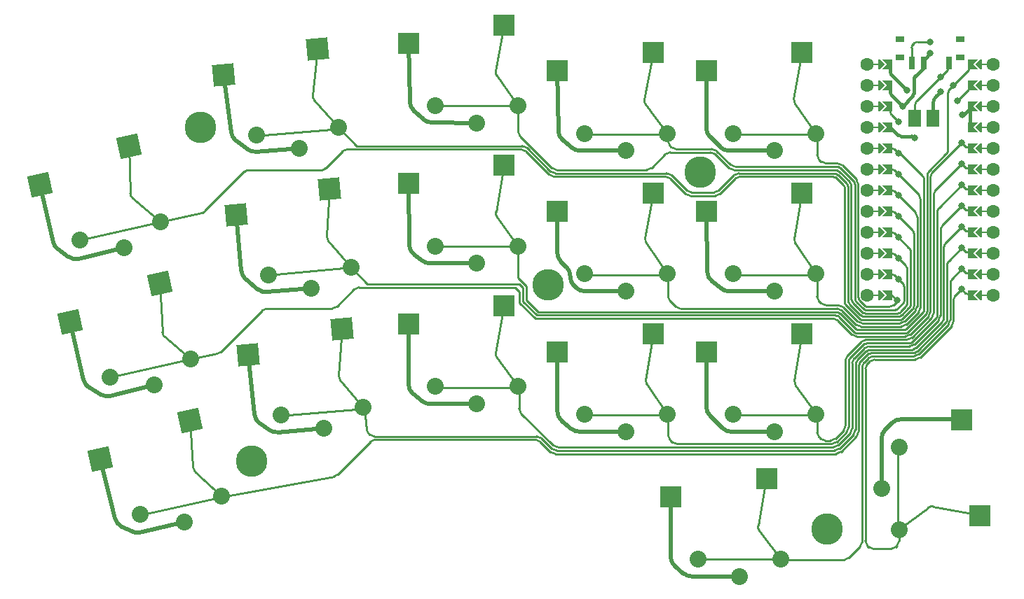
<source format=gbr>
G04 #@! TF.GenerationSoftware,KiCad,Pcbnew,6.0.0-d3dd2cf0fa~116~ubuntu20.04.1*
G04 #@! TF.CreationDate,2022-01-06T22:41:23-05:00*
G04 #@! TF.ProjectId,34_hs_mount,33345f68-735f-46d6-9f75-6e742e6b6963,0.1*
G04 #@! TF.SameCoordinates,Original*
G04 #@! TF.FileFunction,Copper,L1,Top*
G04 #@! TF.FilePolarity,Positive*
%FSLAX46Y46*%
G04 Gerber Fmt 4.6, Leading zero omitted, Abs format (unit mm)*
G04 Created by KiCad (PCBNEW 6.0.0-d3dd2cf0fa~116~ubuntu20.04.1) date 2022-01-06 22:41:23*
%MOMM*%
%LPD*%
G01*
G04 APERTURE LIST*
G04 Aperture macros list*
%AMRotRect*
0 Rectangle, with rotation*
0 The origin of the aperture is its center*
0 $1 length*
0 $2 width*
0 $3 Rotation angle, in degrees counterclockwise*
0 Add horizontal line*
21,1,$1,$2,0,0,$3*%
%AMFreePoly0*
4,1,6,0.600000,0.200000,0.000000,-0.400000,-0.600000,0.200000,-0.600000,0.400000,0.600000,0.400000,0.600000,0.200000,0.600000,0.200000,$1*%
%AMFreePoly1*
4,1,5,0.125000,-0.500000,-0.125000,-0.500000,-0.125000,0.500000,0.125000,0.500000,0.125000,-0.500000,0.125000,-0.500000,$1*%
%AMFreePoly2*
4,1,6,0.600000,-0.250000,-0.600000,-0.250000,-0.600000,1.000000,0.000000,0.400000,0.600000,1.000000,0.600000,-0.250000,0.600000,-0.250000,$1*%
G04 Aperture macros list end*
G04 #@! TA.AperFunction,ComponentPad*
%ADD10C,2.600000*%
G04 #@! TD*
G04 #@! TA.AperFunction,ConnectorPad*
%ADD11C,3.800000*%
G04 #@! TD*
G04 #@! TA.AperFunction,ComponentPad*
%ADD12C,2.032000*%
G04 #@! TD*
G04 #@! TA.AperFunction,SMDPad,CuDef*
%ADD13RotRect,2.600000X2.600000X12.500000*%
G04 #@! TD*
G04 #@! TA.AperFunction,SMDPad,CuDef*
%ADD14R,2.600000X2.600000*%
G04 #@! TD*
G04 #@! TA.AperFunction,SMDPad,CuDef*
%ADD15R,1.500000X2.100000*%
G04 #@! TD*
G04 #@! TA.AperFunction,ComponentPad*
%ADD16C,1.600000*%
G04 #@! TD*
G04 #@! TA.AperFunction,SMDPad,CuDef*
%ADD17FreePoly0,90.000000*%
G04 #@! TD*
G04 #@! TA.AperFunction,SMDPad,CuDef*
%ADD18FreePoly0,270.000000*%
G04 #@! TD*
G04 #@! TA.AperFunction,SMDPad,CuDef*
%ADD19FreePoly1,270.000000*%
G04 #@! TD*
G04 #@! TA.AperFunction,SMDPad,CuDef*
%ADD20FreePoly1,90.000000*%
G04 #@! TD*
G04 #@! TA.AperFunction,SMDPad,CuDef*
%ADD21FreePoly2,270.000000*%
G04 #@! TD*
G04 #@! TA.AperFunction,SMDPad,CuDef*
%ADD22FreePoly2,90.000000*%
G04 #@! TD*
G04 #@! TA.AperFunction,SMDPad,CuDef*
%ADD23RotRect,2.600000X2.600000X5.000000*%
G04 #@! TD*
G04 #@! TA.AperFunction,SMDPad,CuDef*
%ADD24R,1.000000X0.800000*%
G04 #@! TD*
G04 #@! TA.AperFunction,SMDPad,CuDef*
%ADD25R,0.700000X1.500000*%
G04 #@! TD*
G04 #@! TA.AperFunction,ViaPad*
%ADD26C,0.800000*%
G04 #@! TD*
G04 #@! TA.AperFunction,Conductor*
%ADD27C,0.250000*%
G04 #@! TD*
G04 #@! TA.AperFunction,Conductor*
%ADD28C,0.500000*%
G04 #@! TD*
G04 #@! TA.AperFunction,Conductor*
%ADD29C,0.400000*%
G04 #@! TD*
G04 APERTURE END LIST*
D10*
X106222800Y-68935600D03*
D11*
X106222800Y-68935600D03*
D10*
X87858600Y-82575400D03*
D11*
X87858600Y-82575400D03*
D10*
X121513600Y-112115600D03*
D11*
X121513600Y-112115600D03*
D10*
X51993800Y-103886000D03*
D11*
X51993800Y-103886000D03*
D10*
X45821600Y-63474600D03*
D11*
X45821600Y-63474600D03*
D12*
X40265994Y-94660146D03*
D13*
X40898554Y-82382199D03*
X30098502Y-87029928D03*
D12*
X44692951Y-91527727D03*
X34929990Y-93692123D03*
D13*
X37219078Y-65785174D03*
D12*
X36586518Y-78063121D03*
D13*
X26419026Y-70432903D03*
D12*
X31250514Y-77095098D03*
X41013475Y-74930702D03*
X79230000Y-62958851D03*
D14*
X82505000Y-51108851D03*
D12*
X74230000Y-60858851D03*
X84230000Y-60858851D03*
D14*
X70955000Y-53308851D03*
D15*
X134329702Y-62386557D03*
X132129702Y-62386557D03*
D14*
X118500000Y-71474999D03*
D12*
X115225000Y-83324999D03*
X120225000Y-81224999D03*
D14*
X106950000Y-73674999D03*
D12*
X110225000Y-81224999D03*
D14*
X118500000Y-54475000D03*
D12*
X115225000Y-66325000D03*
D14*
X106950000Y-56675000D03*
D12*
X120225000Y-64225000D03*
X110225000Y-64225000D03*
D16*
X126372099Y-55855003D03*
X141612099Y-66015003D03*
D17*
X128150099Y-63475003D03*
D18*
X139834099Y-73635003D03*
D16*
X141612099Y-60935003D03*
X126372099Y-63475003D03*
X126372099Y-68555003D03*
D17*
X128150099Y-78715003D03*
D19*
X140342099Y-63475003D03*
D17*
X128150099Y-83795003D03*
D16*
X141612099Y-71095003D03*
D17*
X128150099Y-76175003D03*
D16*
X141612099Y-83795003D03*
D19*
X140342099Y-68555003D03*
D18*
X139834099Y-78715003D03*
D17*
X128150099Y-68555003D03*
X128150099Y-71095003D03*
D16*
X126372099Y-58395003D03*
D19*
X140342099Y-60935003D03*
D16*
X141612099Y-76175003D03*
D19*
X140342099Y-78715003D03*
D17*
X128150099Y-55855003D03*
D16*
X141612099Y-68555003D03*
D19*
X140342099Y-73635003D03*
D20*
X127642099Y-81255003D03*
D16*
X141612099Y-55855003D03*
D17*
X128150099Y-58395003D03*
X128150099Y-81255003D03*
D18*
X139834099Y-81255003D03*
D20*
X127642099Y-60935003D03*
D16*
X141612099Y-73635003D03*
D19*
X140342099Y-81255003D03*
X140342099Y-71095003D03*
D16*
X141612099Y-63475003D03*
D19*
X140342099Y-76175003D03*
D16*
X126372099Y-60935003D03*
D20*
X127642099Y-66015003D03*
D17*
X128150099Y-66015003D03*
D18*
X139834099Y-71095003D03*
D16*
X126372099Y-81255003D03*
X126372099Y-71095003D03*
D17*
X128150099Y-60935003D03*
D19*
X140342099Y-83795003D03*
D20*
X127642099Y-58395003D03*
X127642099Y-78715003D03*
D16*
X126372099Y-78715003D03*
D18*
X139834099Y-66015003D03*
D20*
X127642099Y-76175003D03*
X127642099Y-68555003D03*
D19*
X140342099Y-66015003D03*
D16*
X141612099Y-58395003D03*
D20*
X127642099Y-55855003D03*
D18*
X139834099Y-60935003D03*
D20*
X127642099Y-71095003D03*
X127642099Y-63475003D03*
X127642099Y-73635003D03*
D16*
X126372099Y-66015003D03*
D18*
X139834099Y-63475003D03*
D16*
X126372099Y-76175003D03*
D18*
X139834099Y-58395003D03*
D19*
X140342099Y-58395003D03*
D16*
X126372099Y-83795003D03*
D18*
X139834099Y-55855003D03*
D16*
X126372099Y-73635003D03*
D19*
X140342099Y-55855003D03*
D18*
X139834099Y-76175003D03*
D16*
X141612099Y-81255003D03*
D18*
X139834099Y-83795003D03*
D17*
X128150099Y-73635003D03*
D18*
X139834099Y-68555003D03*
D20*
X127642099Y-83795003D03*
D16*
X141612099Y-78715003D03*
D21*
X138818099Y-55855003D03*
X138818099Y-58395003D03*
X138818099Y-60935003D03*
X138818099Y-63475003D03*
X138818099Y-66015003D03*
X138818099Y-68555003D03*
X138818099Y-71095003D03*
X138818099Y-73635003D03*
X138818099Y-76175003D03*
X138818099Y-78715003D03*
X138818099Y-81255003D03*
X138818099Y-83795003D03*
D22*
X129166099Y-83795003D03*
X129166099Y-81255003D03*
X129166099Y-78715003D03*
X129166099Y-76175003D03*
X129166099Y-73635003D03*
X129166099Y-71095003D03*
X129166099Y-68555003D03*
X129166099Y-66015003D03*
X129166099Y-63475003D03*
X129166099Y-60935003D03*
X129166099Y-58395003D03*
X129166099Y-55855003D03*
D12*
X97233086Y-100327566D03*
D14*
X100508086Y-88477566D03*
X88958086Y-90677566D03*
D12*
X92233086Y-98227566D03*
X102233086Y-98227566D03*
X97233086Y-83327564D03*
D14*
X100508086Y-71477564D03*
D12*
X102233086Y-81227564D03*
X92233086Y-81227564D03*
D14*
X88958086Y-73677564D03*
X139975000Y-110450000D03*
D12*
X128125000Y-107175000D03*
X130225000Y-112175000D03*
D14*
X137775000Y-98900000D03*
D12*
X130225000Y-102175000D03*
X97233086Y-66327567D03*
D14*
X100508086Y-54477567D03*
D12*
X92233086Y-64227567D03*
X102233086Y-64227567D03*
D14*
X88958086Y-56677567D03*
D12*
X110975000Y-117825000D03*
D14*
X114250000Y-105975000D03*
D12*
X105975000Y-115725000D03*
X115975000Y-115725000D03*
D14*
X102700000Y-108175000D03*
D23*
X62946111Y-87848415D03*
D12*
X60716369Y-99938758D03*
X55552368Y-98282528D03*
X65514315Y-97410970D03*
D23*
X51631805Y-91046693D03*
D12*
X79230000Y-96958862D03*
D14*
X82505000Y-85108862D03*
D12*
X84230000Y-94858862D03*
X74230000Y-94858862D03*
D14*
X70955000Y-87308862D03*
D12*
X59234721Y-83003450D03*
D23*
X61464463Y-70913107D03*
D12*
X64032667Y-80475662D03*
D23*
X50150157Y-74111385D03*
D12*
X54070720Y-81347220D03*
D23*
X59982821Y-53977791D03*
D12*
X57753079Y-66068134D03*
X62551025Y-63540346D03*
D23*
X48668515Y-57176069D03*
D12*
X52589078Y-64411904D03*
D24*
X130350576Y-55061813D03*
X137650576Y-52861813D03*
X137650576Y-55061813D03*
X130350576Y-52861813D03*
D25*
X136250576Y-55711813D03*
X133250576Y-55711813D03*
X131750576Y-55711813D03*
D13*
X44573697Y-98979846D03*
D12*
X43941137Y-111257793D03*
X38605133Y-110289770D03*
X48368094Y-108125374D03*
D13*
X33773645Y-103627575D03*
D12*
X79230000Y-79958851D03*
D14*
X82505000Y-68108851D03*
D12*
X74230000Y-77858851D03*
D14*
X70955000Y-70308851D03*
D12*
X84230000Y-77858851D03*
X115225000Y-100322430D03*
D14*
X118500000Y-88472430D03*
X106950000Y-90672430D03*
D12*
X110225000Y-98222430D03*
X120225000Y-98222430D03*
D26*
X134000579Y-53161815D03*
X130166097Y-74269998D03*
X130166099Y-76810001D03*
X130166097Y-79350000D03*
X130166098Y-81890002D03*
X130025000Y-84450000D03*
X137818099Y-65380003D03*
X136818099Y-58395001D03*
X130166097Y-66650000D03*
X130166096Y-69190003D03*
X130166097Y-71730000D03*
X137818097Y-78080001D03*
X137818095Y-75540003D03*
X137818101Y-73000004D03*
X137818097Y-70460003D03*
X137818099Y-67920001D03*
X130166098Y-62840002D03*
X137318098Y-60300003D03*
X130666098Y-60935001D03*
X137876690Y-61980157D03*
X134000581Y-54561815D03*
X132166099Y-64745000D03*
X132060090Y-62386557D03*
X135272264Y-57384846D03*
X134329703Y-62386558D03*
X135235090Y-59211557D03*
X131166098Y-59030002D03*
X137775090Y-83087557D03*
X137818097Y-80620000D03*
D27*
X107884943Y-71380880D02*
G75*
G03*
X108450628Y-71146566I0J800000D01*
G01*
X110878084Y-69050481D02*
G75*
G03*
X110312398Y-69284796I-2J-799995D01*
G01*
X102177115Y-69050481D02*
G75*
G02*
X102742801Y-69284795I1J-800000D01*
G01*
X105170257Y-71380880D02*
G75*
G02*
X104604571Y-71146565I-2J799995D01*
G01*
X84727050Y-65750480D02*
G75*
G02*
X85292735Y-65984794I0J-800000D01*
G01*
X88689793Y-69050481D02*
G75*
G02*
X88124107Y-68816166I-2J799995D01*
G01*
X102177115Y-69050481D02*
X101955600Y-69050481D01*
X101955600Y-69050481D02*
X88689793Y-69050481D01*
X109685438Y-68416644D02*
G75*
G03*
X110251124Y-68650959I565689J565692D01*
G01*
X84230000Y-64025682D02*
G75*
G03*
X84464314Y-64591367I800000J0D01*
G01*
X102007565Y-66750035D02*
G75*
G02*
X102573251Y-66515720I565689J-565692D01*
G01*
X108018828Y-66750034D02*
G75*
G03*
X107453143Y-66515720I-565685J-565686D01*
G01*
X88289593Y-68416646D02*
G75*
G03*
X88855279Y-68650961I565689J565692D01*
G01*
X100340953Y-68416647D02*
G75*
G02*
X99775268Y-68650961I-565685J565686D01*
G01*
X103255685Y-66116200D02*
G75*
G02*
X102689999Y-65881885I-2J799995D01*
G01*
X107618629Y-66116200D02*
G75*
G02*
X108184314Y-66350514I0J-800000D01*
G01*
X102567400Y-65759286D02*
G75*
G02*
X102333086Y-65193601I565686J565685D01*
G01*
X109850925Y-68017125D02*
G75*
G03*
X110416611Y-68251440I565689J565692D01*
G01*
X124997453Y-84502682D02*
X124931839Y-84389034D01*
X125042715Y-84550214D02*
X124997453Y-84502682D01*
X125078163Y-84582938D02*
X125075439Y-84582938D01*
X125132382Y-84639881D02*
X125078163Y-84582938D01*
X124716407Y-69998687D02*
X124661954Y-69941936D01*
X125853262Y-85360761D02*
X125132382Y-84639881D01*
X125910205Y-85414980D02*
X125853262Y-85360761D01*
X126040918Y-85502319D02*
X125910205Y-85414980D01*
X130683154Y-84786375D02*
X130573077Y-84896452D01*
X107618629Y-66116200D02*
X103255685Y-66116200D01*
X102689999Y-65881885D02*
X102567400Y-65759286D01*
X126186158Y-85562480D02*
X126040918Y-85502319D01*
X130573077Y-84901923D02*
X130028296Y-85446704D01*
X129674743Y-85593150D02*
X126340345Y-85593150D01*
X129740358Y-85591545D02*
X129674743Y-85593150D01*
X129867116Y-85557580D02*
X129740358Y-85591545D01*
X129980764Y-85491966D02*
X129867116Y-85557580D01*
X130028296Y-85446704D02*
X129980764Y-85491966D01*
X126340345Y-85593150D02*
X126186158Y-85562480D01*
X130166098Y-81890002D02*
X130595286Y-82319190D01*
X124896269Y-70507622D02*
X124894644Y-70428989D01*
X123149021Y-68431301D02*
X123018259Y-68343929D01*
X130827975Y-82806242D02*
X130829600Y-82884875D01*
X130573077Y-84896452D02*
X130573077Y-84901923D01*
X122640087Y-68251440D02*
X110416611Y-68251440D01*
X109850925Y-68017125D02*
X108184314Y-66350514D01*
X130595286Y-82319190D02*
X130649739Y-82375941D01*
X125075439Y-84582938D02*
X125042715Y-84550214D01*
X123205772Y-68485754D02*
X123149021Y-68431301D01*
X130737111Y-82506703D02*
X130797294Y-82651998D01*
X130797294Y-82651998D02*
X130827975Y-82806242D01*
X130829600Y-82884875D02*
X130829601Y-84432821D01*
X130829601Y-84432821D02*
X130828236Y-84498468D01*
X130649739Y-82375941D02*
X130737111Y-82506703D01*
X130794255Y-84625287D02*
X130728608Y-84738991D01*
X102333086Y-65193601D02*
X102333086Y-64327567D01*
X130828236Y-84498468D02*
X130794255Y-84625287D01*
X130728608Y-84738991D02*
X130683154Y-84786375D01*
X124931839Y-84389034D02*
X124897874Y-84262276D01*
X124897874Y-84262276D02*
X124896269Y-84196661D01*
X124896269Y-84196661D02*
X124896269Y-70507622D01*
X124894644Y-70428989D02*
X124863962Y-70274745D01*
X124863962Y-70274745D02*
X124803779Y-70129450D01*
X124803779Y-70129450D02*
X124716407Y-69998687D01*
X123018259Y-68343929D02*
X122872964Y-68283746D01*
X124661954Y-69941936D02*
X123205772Y-68485754D01*
X122872964Y-68283746D02*
X122718720Y-68253065D01*
X122718720Y-68253065D02*
X122640087Y-68251440D01*
X84230000Y-60858851D02*
X74230000Y-60858851D01*
X63005685Y-66384315D02*
G75*
G02*
X63571371Y-66150000I565689J-565692D01*
G01*
X63005685Y-66384315D02*
X60994314Y-68395686D01*
X84561564Y-66150000D02*
X63571371Y-66150000D01*
X122521801Y-69542489D02*
X122376506Y-69482306D01*
X123416166Y-70391166D02*
X122709314Y-69684314D01*
X123682787Y-84754504D02*
X123652106Y-84600260D01*
X131935669Y-76085258D02*
X131995852Y-76230553D01*
X123470733Y-70447824D02*
X123416166Y-70391166D01*
X123558122Y-70578610D02*
X123470733Y-70447824D01*
X87958620Y-69215685D02*
X85127249Y-66384314D01*
X102011629Y-69450000D02*
X88524306Y-69450000D01*
X123618316Y-70723932D02*
X123558122Y-70578610D01*
X123650481Y-70956852D02*
X123649002Y-70878204D01*
X46383959Y-73596041D02*
X46329683Y-73648279D01*
X122222262Y-69451625D02*
X122143629Y-69450000D01*
X122709314Y-69684314D02*
X122652563Y-69629861D01*
X123650481Y-84521627D02*
X123650481Y-70956852D01*
X51172343Y-68809748D02*
X51115685Y-68864315D01*
X123649002Y-70878204D02*
X123618316Y-70723932D01*
X123742970Y-84899799D02*
X123682787Y-84754504D01*
X60994314Y-68395686D02*
X60937563Y-68450139D01*
X123830342Y-85030561D02*
X123742970Y-84899799D01*
X123884795Y-85087312D02*
X123830342Y-85030561D01*
X125356801Y-86559318D02*
X123884795Y-85087312D01*
X60937563Y-68450139D02*
X60806801Y-68537511D01*
X122143629Y-69450000D02*
X111043571Y-69450000D01*
X102011629Y-69450000D02*
G75*
G02*
X102577314Y-69684314I0J-800000D01*
G01*
X130210020Y-86793633D02*
X125922487Y-86793633D01*
X46329683Y-73648279D02*
X46205133Y-73732999D01*
X125413552Y-86613771D02*
X125356801Y-86559318D01*
X122652563Y-69629861D02*
X122521801Y-69542489D01*
X130288623Y-86791707D02*
X130210020Y-86793633D01*
X131995852Y-76230553D02*
X132026533Y-76384797D01*
X131848297Y-75954496D02*
X131935669Y-76085258D01*
X131793844Y-75897745D02*
X131848297Y-75954496D01*
X110477885Y-69684315D02*
X108616114Y-71546086D01*
X130166097Y-74269998D02*
X131793844Y-75897745D01*
X87958620Y-69215685D02*
G75*
G03*
X88524306Y-69450000I565689J565692D01*
G01*
X104439085Y-71546085D02*
G75*
G03*
X105004771Y-71780400I565684J565680D01*
G01*
X131848062Y-85484238D02*
X131793843Y-85541181D01*
X108050429Y-71780400D02*
G75*
G03*
X108616114Y-71546086I0J800000D01*
G01*
X122376506Y-69482306D02*
X122222262Y-69451625D01*
X131995562Y-85208285D02*
X131935401Y-85353525D01*
X132028158Y-76463430D02*
X132028158Y-84975495D01*
X51115685Y-68864315D02*
X46383959Y-73596041D01*
X110477885Y-69684315D02*
G75*
G02*
X111043571Y-69450000I565684J-565680D01*
G01*
X130588049Y-86700877D02*
X130442809Y-86761038D01*
X132028158Y-84975495D02*
X132026232Y-85054098D01*
X51681371Y-68630000D02*
X51602723Y-68631479D01*
X132026232Y-85054098D02*
X131995562Y-85208285D01*
X125843854Y-86792008D02*
X125689610Y-86761326D01*
X131935401Y-85353525D02*
X131848062Y-85484238D01*
X130442809Y-86761038D02*
X130288623Y-86791707D01*
X131793843Y-85541181D02*
X130775705Y-86559319D01*
X46066940Y-73792939D02*
X45993774Y-73810867D01*
X130775705Y-86559319D02*
X130718762Y-86613538D01*
X108050429Y-71780400D02*
X105004771Y-71780400D01*
X60806801Y-68537511D02*
X60661506Y-68597694D01*
X104439085Y-71546085D02*
X102577314Y-69684314D01*
X60507262Y-68628375D02*
X60428629Y-68630000D01*
X132026533Y-76384797D02*
X132028158Y-76463430D01*
X130718762Y-86613538D02*
X130588049Y-86700877D01*
X125922487Y-86793633D02*
X125843854Y-86792008D01*
X125689610Y-86761326D02*
X125544315Y-86701143D01*
X123652106Y-84600260D02*
X123650481Y-84521627D01*
X84561564Y-66150000D02*
G75*
G02*
X85127249Y-66384314I0J-800000D01*
G01*
X125544315Y-86701143D02*
X125413552Y-86613771D01*
X60661506Y-68597694D02*
X60507262Y-68628375D01*
X60428629Y-68630000D02*
X51681371Y-68630000D01*
X51602723Y-68631479D02*
X51448451Y-68662165D01*
X51448451Y-68662165D02*
X51303129Y-68722359D01*
X51303129Y-68722359D02*
X51172343Y-68809748D01*
X46205133Y-73732999D02*
X46066940Y-73792939D01*
X45993774Y-73810867D02*
X41013475Y-74930702D01*
X124449519Y-84118989D02*
X124449519Y-70625878D01*
X124451561Y-84214621D02*
X124449519Y-84118989D01*
X124449519Y-70625878D02*
X124448040Y-70547230D01*
X124488875Y-84402210D02*
X124451561Y-84214621D01*
X124562068Y-84578915D02*
X124488875Y-84402210D01*
X124668329Y-84737946D02*
X124562068Y-84578915D01*
X125744433Y-85814847D02*
X125687775Y-85760280D01*
X125875219Y-85902236D02*
X125744433Y-85814847D01*
X126020541Y-85962430D02*
X125875219Y-85902236D01*
X126174813Y-85993116D02*
X126020541Y-85962430D01*
X130080719Y-85993116D02*
X126174813Y-85993116D01*
X131136631Y-80366222D02*
X131196814Y-80511517D01*
X130113314Y-85960521D02*
X130080719Y-85993116D01*
X130166097Y-79350000D02*
X130994806Y-80178709D01*
X130389267Y-85813021D02*
X130258554Y-85900360D01*
X130258554Y-85900360D02*
X130113314Y-85960521D01*
X131196647Y-84877348D02*
X131136477Y-85022611D01*
X131136477Y-85022611D02*
X131049123Y-85153345D01*
X130994806Y-80178709D02*
X131049259Y-80235460D01*
X123040286Y-68885274D02*
X122983535Y-68830821D01*
X131196814Y-80511517D02*
X131227495Y-80665761D01*
X125687775Y-85760280D02*
X124734507Y-84807012D01*
X131049259Y-80235460D02*
X131136631Y-80366222D01*
X131229120Y-84644521D02*
X131227321Y-84723137D01*
X130446210Y-85758802D02*
X130389267Y-85813021D01*
X131229120Y-80744394D02*
X131229120Y-84644521D01*
X131227321Y-84723137D02*
X131196647Y-84877348D01*
X130994805Y-85210207D02*
X130446210Y-85758802D01*
X131227495Y-80665761D02*
X131229120Y-80744394D01*
X124734507Y-84807012D02*
X124668329Y-84737946D01*
X124448040Y-70547230D02*
X124417354Y-70392958D01*
X131049123Y-85153345D02*
X130994805Y-85210207D01*
X124417354Y-70392958D02*
X124357160Y-70247636D01*
X124357160Y-70247636D02*
X124269771Y-70116850D01*
X124269771Y-70116850D02*
X124215204Y-70060192D01*
X124215204Y-70060192D02*
X123040286Y-68885274D01*
X122983535Y-68830821D02*
X122852773Y-68743449D01*
X122852773Y-68743449D02*
X122707478Y-68683266D01*
X122707478Y-68683266D02*
X122553234Y-68652585D01*
X122553234Y-68652585D02*
X122474601Y-68650960D01*
X84230000Y-64025682D02*
X84230000Y-60858851D01*
X122474601Y-68650960D02*
X110251124Y-68650959D01*
X109685438Y-68416644D02*
X108018828Y-66750034D01*
X107453143Y-66515720D02*
X102573251Y-66515720D01*
X102007565Y-66750035D02*
X100340953Y-68416647D01*
X99775268Y-68650961D02*
X88855279Y-68650961D01*
X88289593Y-68416646D02*
X84464314Y-64591367D01*
X124050000Y-84356140D02*
X124050000Y-70791365D01*
X124051625Y-84434773D02*
X124050000Y-84356140D01*
X124082306Y-84589017D02*
X124051625Y-84434773D01*
X130424040Y-86299880D02*
X130278800Y-86360041D01*
X84727050Y-65750480D02*
X64761159Y-65750480D01*
X125579039Y-86214252D02*
X125522288Y-86159799D01*
X125709802Y-86301624D02*
X125579039Y-86214252D01*
X130278800Y-86360041D02*
X130246205Y-86392636D01*
X131596333Y-78371035D02*
X131627014Y-78525279D01*
X130554753Y-86212541D02*
X130424040Y-86299880D01*
X125522288Y-86159799D02*
X124284314Y-84921825D01*
X130246205Y-86392636D02*
X125885926Y-86392636D01*
X131536150Y-78225740D02*
X131596333Y-78371035D01*
X122309115Y-69050480D02*
X110878084Y-69050481D01*
X125885926Y-86392636D02*
X125855097Y-86361807D01*
X130611696Y-86158322D02*
X130554753Y-86212541D01*
X131628639Y-78603912D02*
X131628639Y-84810008D01*
X124229861Y-84865074D02*
X124142489Y-84734312D01*
X107884943Y-71380880D02*
X105170257Y-71380880D01*
X131394325Y-78038227D02*
X131448778Y-78094978D01*
X123957641Y-70413123D02*
X123870252Y-70282337D01*
X131448778Y-78094978D02*
X131536150Y-78225740D01*
X130166099Y-76810001D02*
X131394325Y-78038227D01*
X124050000Y-70791365D02*
X124048521Y-70712717D01*
X131448543Y-85318751D02*
X131394324Y-85375694D01*
X131627014Y-78525279D02*
X131628639Y-78603912D01*
X124284314Y-84921825D02*
X124229861Y-84865074D01*
X125855097Y-86361807D02*
X125709802Y-86301624D01*
X124017835Y-70558445D02*
X123957641Y-70413123D01*
X131628639Y-84810008D02*
X131626713Y-84888611D01*
X110312398Y-69284796D02*
X108450628Y-71146566D01*
X131596043Y-85042798D02*
X131535882Y-85188038D01*
X131626713Y-84888611D02*
X131596043Y-85042798D01*
X131535882Y-85188038D02*
X131448543Y-85318751D01*
X124142489Y-84734312D02*
X124082306Y-84589017D01*
X131394324Y-85375694D02*
X130611696Y-86158322D01*
X123870252Y-70282337D02*
X123815685Y-70225679D01*
X124048521Y-70712717D02*
X124017835Y-70558445D01*
X123815685Y-70225679D02*
X122874800Y-69284794D01*
X122874800Y-69284794D02*
X122818049Y-69230341D01*
X122818049Y-69230341D02*
X122687287Y-69142969D01*
X122687287Y-69142969D02*
X122541992Y-69082786D01*
X122541992Y-69082786D02*
X122387748Y-69052105D01*
X122387748Y-69052105D02*
X122309115Y-69050480D01*
X104604571Y-71146565D02*
X102742801Y-69284795D01*
X88124107Y-68816166D02*
X85292735Y-65984794D01*
X64761159Y-65750480D02*
X62551025Y-63540346D01*
D28*
X90964940Y-82659140D02*
G75*
G02*
X90525600Y-81598480I1060662J1060661D01*
G01*
X91194024Y-82888224D02*
G75*
G03*
X92254684Y-83327564I1060661J1060662D01*
G01*
X88958087Y-78684766D02*
G75*
G03*
X89397427Y-79745425I1500001J1D01*
G01*
X90525599Y-81494920D02*
G75*
G03*
X90086259Y-80434261I-1500001J-1D01*
G01*
X97233086Y-83327564D02*
X92254684Y-83327564D01*
X91194024Y-82888224D02*
X90964940Y-82659140D01*
X90525600Y-81598480D02*
X90525600Y-81494920D01*
X90086260Y-80434260D02*
X89397426Y-79745426D01*
X88958086Y-78684766D02*
X88958086Y-73677564D01*
D27*
X84230000Y-77858851D02*
X74230000Y-77858851D01*
X122973786Y-85917009D02*
X122828491Y-85856826D01*
X123104548Y-86004381D02*
X122973786Y-85917009D01*
X123161299Y-86058834D02*
X123104548Y-86004381D01*
X132992402Y-69292402D02*
X133046855Y-69349153D01*
X131084651Y-87899703D02*
X130939356Y-87959886D01*
X124860342Y-87757877D02*
X123161299Y-86058834D01*
X125047786Y-87899833D02*
X124917000Y-87812444D01*
X125426028Y-87992192D02*
X125347380Y-87990713D01*
X130785112Y-87990567D02*
X130706479Y-87992192D01*
X130350000Y-66650000D02*
X132992402Y-69292402D01*
X130706479Y-87992192D02*
X125426028Y-87992192D01*
X125193108Y-87960027D02*
X125047786Y-87899833D01*
X131215413Y-87812331D02*
X131084651Y-87899703D01*
X131272164Y-87757878D02*
X131215413Y-87812331D01*
X130166097Y-66650000D02*
X130350000Y-66650000D01*
X130939356Y-87959886D02*
X130785112Y-87990567D01*
X132992401Y-86037641D02*
X131272164Y-87757878D01*
X133046855Y-69349153D02*
X133134227Y-69479915D01*
X133134227Y-69479915D02*
X133194410Y-69625210D01*
X125347380Y-87990713D02*
X125193108Y-87960027D01*
X133194551Y-85704875D02*
X133134357Y-85850197D01*
X133046968Y-85980983D02*
X132992401Y-86037641D01*
X133194410Y-69625210D02*
X133225091Y-69779454D01*
X124917000Y-87812444D02*
X124860342Y-87757877D01*
X133225091Y-69779454D02*
X133226716Y-69858087D01*
X85203239Y-82701627D02*
X84230000Y-81728388D01*
X133226716Y-69858087D02*
X133226716Y-85471955D01*
X133225237Y-85550603D02*
X133194551Y-85704875D01*
X89505890Y-85824519D02*
X89504438Y-85823067D01*
X133134357Y-85850197D02*
X133046968Y-85980983D01*
X133226716Y-85471955D02*
X133225237Y-85550603D01*
X122828491Y-85856826D02*
X122674247Y-85826145D01*
X122674247Y-85826145D02*
X122595614Y-85824520D01*
X122595614Y-85824520D02*
X89505890Y-85824519D01*
X89504438Y-85823067D02*
X86622879Y-85823067D01*
X86622879Y-85823067D02*
X85203240Y-84403428D01*
X85203240Y-84403428D02*
X85203239Y-82701627D01*
X84230000Y-81728388D02*
X84230000Y-77858851D01*
X131437651Y-88157397D02*
X131380900Y-88211850D01*
X131380900Y-88211850D02*
X131250138Y-88299222D01*
X133446487Y-86146470D02*
X133391920Y-86203128D01*
X133533876Y-86015684D02*
X133446487Y-86146470D01*
X130950599Y-88390086D02*
X130871966Y-88391711D01*
X133594070Y-85870362D02*
X133533876Y-86015684D01*
X125181893Y-88390232D02*
X125027621Y-88359546D01*
X122663005Y-86256346D02*
X122508761Y-86225665D01*
X133626236Y-69338231D02*
X133626235Y-85637442D01*
X133627861Y-69259598D02*
X133626236Y-69338231D01*
X131104843Y-88359405D02*
X130950599Y-88390086D01*
X131250138Y-88299222D02*
X131104843Y-88359405D01*
X84404109Y-82467503D02*
X66024508Y-82467503D01*
X133718725Y-68960059D02*
X133658542Y-69105354D01*
X133658542Y-69105354D02*
X133627861Y-69259598D01*
X133806097Y-68829297D02*
X133718725Y-68960059D01*
X136818099Y-58395001D02*
X136358405Y-58854695D01*
X122995813Y-86458354D02*
X122939062Y-86403901D01*
X136358405Y-58854695D02*
X136303838Y-58911353D01*
X133626235Y-85637442D02*
X133624756Y-85716090D01*
X133624756Y-85716090D02*
X133594070Y-85870362D01*
X136303838Y-58911353D02*
X136216449Y-59042139D01*
X133860550Y-68772546D02*
X133806097Y-68829297D01*
X136124090Y-59420381D02*
X136124090Y-66177635D01*
X133391920Y-86203128D02*
X131437651Y-88157397D01*
X136216449Y-59042139D02*
X136156255Y-59187461D01*
X136125569Y-59341733D02*
X136124090Y-59420381D01*
X125027621Y-88359546D02*
X124882299Y-88299352D01*
X136156255Y-59187461D02*
X136125569Y-59341733D01*
X136124090Y-66177635D02*
X136122465Y-66256268D01*
X136122465Y-66256268D02*
X136091783Y-66410512D01*
X84803720Y-82867114D02*
X84404109Y-82467503D01*
X135944228Y-66686570D02*
X135889775Y-66743321D01*
X136031600Y-66555807D02*
X135944228Y-66686570D01*
X122939062Y-86403901D02*
X122808300Y-86316529D01*
X136091783Y-66410512D02*
X136031600Y-66555807D01*
X135889775Y-66743321D02*
X133860550Y-68772546D01*
X122508761Y-86225665D02*
X122430128Y-86224040D01*
X130871966Y-88391711D02*
X125260541Y-88391711D01*
X122430128Y-86224040D02*
X119375000Y-86224040D01*
X66024508Y-82467503D02*
X64032667Y-80475662D01*
X125260541Y-88391711D02*
X125181893Y-88390232D01*
X124882299Y-88299352D02*
X124751513Y-88211963D01*
X124751513Y-88211963D02*
X124694855Y-88157396D01*
X124694855Y-88157396D02*
X122995813Y-86458354D01*
X122808300Y-86316529D02*
X122663005Y-86256346D01*
X119375000Y-86224040D02*
X89340403Y-86224038D01*
X89340403Y-86224038D02*
X89338952Y-86222587D01*
X89338952Y-86222587D02*
X86457393Y-86222587D01*
X86457393Y-86222587D02*
X84803720Y-84568914D01*
X84803720Y-84568914D02*
X84803720Y-82867114D01*
X133791439Y-86368615D02*
X131603137Y-88556917D01*
X131037452Y-88791231D02*
G75*
G03*
X131603137Y-88556917I0J800000D01*
G01*
X137818099Y-65380003D02*
X134260070Y-68938032D01*
X122264639Y-86623557D02*
X89174916Y-86623557D01*
X83883023Y-82867023D02*
X64994348Y-82867023D01*
X64428662Y-83101338D02*
X62344314Y-85185686D01*
X47911996Y-90887347D02*
G75*
G03*
X48321592Y-90668408I-156090J784626D01*
G01*
X61778629Y-85420000D02*
G75*
G03*
X62344314Y-85185686I0J800000D01*
G01*
X86291907Y-86622107D02*
X84404200Y-84734400D01*
X84404200Y-84734400D02*
X84404200Y-83388200D01*
X134025754Y-69503719D02*
X134025754Y-85802929D01*
X134025756Y-69503717D02*
G75*
G02*
X134260070Y-68938032I800000J0D01*
G01*
X61778629Y-85420000D02*
X53901371Y-85420000D01*
X53335685Y-85654315D02*
G75*
G02*
X53901371Y-85420000I565684J-565680D01*
G01*
X134025756Y-69503717D02*
X134025754Y-69503719D01*
X124529368Y-88556915D02*
G75*
G03*
X125095054Y-88791230I565689J565692D01*
G01*
X64428662Y-83101338D02*
G75*
G02*
X64994348Y-82867023I565684J-565680D01*
G01*
X122264639Y-86623557D02*
G75*
G02*
X122830324Y-86857871I0J-800000D01*
G01*
X131037452Y-88791231D02*
X125095054Y-88791230D01*
X133791439Y-86368615D02*
G75*
G03*
X134025754Y-85802929I-565692J565689D01*
G01*
X124529368Y-88556915D02*
X122830324Y-86857871D01*
X89174916Y-86623557D02*
X89115971Y-86622107D01*
X89115971Y-86622107D02*
X86291907Y-86622107D01*
X84404200Y-83388200D02*
X83883023Y-82867023D01*
X53335685Y-85654315D02*
X48321592Y-90668408D01*
X47911996Y-90887347D02*
X44692951Y-91527727D01*
X131750579Y-53838778D02*
X131750579Y-55711814D01*
X132073991Y-53308260D02*
X131897026Y-53485224D01*
X134000579Y-53161815D02*
X132427544Y-53161814D01*
X131897026Y-53485224D02*
G75*
G03*
X131750579Y-53838778I353550J-353553D01*
G01*
X132073991Y-53308260D02*
G75*
G02*
X132427544Y-53161814I353553J-353556D01*
G01*
X129166098Y-73635003D02*
X129323994Y-73635003D01*
X129677549Y-73781450D02*
X130166097Y-74269998D01*
X41013475Y-74930702D02*
X31250514Y-77095098D01*
X37651896Y-72071280D02*
X41013475Y-74930702D01*
X37219078Y-65785174D02*
X37370516Y-71483169D01*
X129677549Y-73781450D02*
G75*
G03*
X129323994Y-73635003I-353553J-353550D01*
G01*
X37370516Y-71483169D02*
G75*
G03*
X37651896Y-72071280I799724J21257D01*
G01*
X59600656Y-60182511D02*
X62551025Y-63540346D01*
X59982821Y-53977791D02*
X59405848Y-59572396D01*
X129677544Y-76321448D02*
X130166099Y-76810001D01*
X62659360Y-63631250D02*
X52498174Y-64520239D01*
X129166098Y-76175004D02*
X129323986Y-76175002D01*
X129677544Y-76321448D02*
G75*
G03*
X129323986Y-76175002I-353553J-353554D01*
G01*
X59405848Y-59572396D02*
G75*
G03*
X59600657Y-60182510I795782J-82067D01*
G01*
X129166097Y-78715000D02*
X129323992Y-78715000D01*
X129677544Y-78861447D02*
X130166097Y-79350000D01*
X82519393Y-51108851D02*
X81510988Y-56645167D01*
X81648940Y-57256145D02*
X84244393Y-60858851D01*
X129677544Y-78861447D02*
G75*
G03*
X129323992Y-78715000I-353551J-353545D01*
G01*
X81648940Y-57256145D02*
G75*
G02*
X81510988Y-56645167I649098J467622D01*
G01*
X100508086Y-54477567D02*
X99473168Y-60115858D01*
X99619812Y-60740005D02*
X102233086Y-64227567D01*
X92133086Y-64327566D02*
X102333090Y-64327569D01*
X129166099Y-81255000D02*
X129323992Y-81255000D01*
X129677545Y-81401447D02*
X130166098Y-81890002D01*
X129677545Y-81401447D02*
G75*
G03*
X129323992Y-81255000I-353555J-353557D01*
G01*
X99619813Y-60740005D02*
G75*
G02*
X99473169Y-60115858I640202J479717D01*
G01*
X125390077Y-84286882D02*
X125329894Y-84141587D01*
X126302698Y-85178315D02*
X126230159Y-85148268D01*
X126230159Y-85148268D02*
X126160782Y-85101912D01*
X126132292Y-85074785D02*
X125531902Y-84474395D01*
X125063273Y-69778249D02*
X123371258Y-68086234D01*
X122805573Y-67851920D02*
X121358291Y-67851920D01*
X130025000Y-84612349D02*
X129623580Y-85013769D01*
X130025000Y-84450000D02*
X129993533Y-84450000D01*
X126160782Y-85101912D02*
X126132292Y-85074785D01*
X130025000Y-84450000D02*
X130025000Y-84612349D01*
X118500000Y-54475000D02*
X117518609Y-59990607D01*
X125477449Y-84417644D02*
X125390077Y-84286882D01*
X110125000Y-64325000D02*
X120325000Y-64325000D01*
X126379693Y-85193630D02*
X126302698Y-85178315D01*
X129114646Y-85193630D02*
X126379693Y-85193630D01*
X125531902Y-84474395D02*
X125477449Y-84417644D01*
X125299213Y-83987343D02*
X125297588Y-83908710D01*
X120325000Y-66818629D02*
X120325000Y-64325000D01*
X120792605Y-67617605D02*
X120559314Y-67384314D01*
X129993533Y-84450000D02*
X129338536Y-83795003D01*
X117653336Y-60593048D02*
X120225000Y-64225000D01*
X125297588Y-83908710D02*
X125297588Y-70343935D01*
X129338536Y-83795003D02*
X129166099Y-83795003D01*
X125329894Y-84141587D02*
X125299213Y-83987343D01*
X120325000Y-66818629D02*
G75*
G03*
X120559314Y-67384314I800000J0D01*
G01*
X129114646Y-85193630D02*
G75*
G03*
X129623580Y-85013769I-3400J819589D01*
G01*
X117518610Y-59990607D02*
G75*
G03*
X117653337Y-60593048I787631J-140143D01*
G01*
X120792605Y-67617605D02*
G75*
G03*
X121358291Y-67851920I565689J565692D01*
G01*
X122805573Y-67851920D02*
G75*
G02*
X123371258Y-68086234I0J-800000D01*
G01*
X125063273Y-69778249D02*
G75*
G02*
X125297588Y-70343935I-565692J-565689D01*
G01*
X40898554Y-82382199D02*
X41240139Y-88286688D01*
X44692951Y-91527727D02*
X34929990Y-93692123D01*
X41522784Y-88851814D02*
X44692951Y-91527727D01*
X138306649Y-65868554D02*
X137818099Y-65380003D01*
X138818099Y-66015001D02*
X138660203Y-66015001D01*
X41522784Y-88851814D02*
G75*
G02*
X41240140Y-88286688I516027J611333D01*
G01*
X138306649Y-65868554D02*
G75*
G03*
X138660203Y-66015001I353553J353550D01*
G01*
X138818099Y-56187894D02*
X138818100Y-55855003D01*
X61295450Y-77214757D02*
X64032667Y-80475662D01*
X64032667Y-80475662D02*
X54070720Y-81347220D01*
X136818099Y-58395001D02*
X138671653Y-56541446D01*
X61464463Y-70913107D02*
X61109719Y-76651053D01*
X61109719Y-76651053D02*
G75*
G03*
X61295450Y-77214757I798479J-49364D01*
G01*
X138671653Y-56541446D02*
G75*
G03*
X138818099Y-56187894I-353551J353552D01*
G01*
X81680795Y-74354482D02*
X84244389Y-77858851D01*
X129677538Y-66161447D02*
X130166097Y-66650000D01*
X129166098Y-66015000D02*
X129323992Y-66015002D01*
X82519389Y-68108851D02*
X81538321Y-73744951D01*
X81680795Y-74354482D02*
G75*
G02*
X81538322Y-73744951I645668J472337D01*
G01*
X129323992Y-66015003D02*
G75*
G02*
X129677537Y-66161448I-5J-499998D01*
G01*
X132827197Y-72182475D02*
X132827196Y-85306469D01*
X129166098Y-68555002D02*
X129323990Y-68555002D01*
X129677546Y-68701450D02*
X130166096Y-69190003D01*
X132592881Y-85872155D02*
X131106677Y-87358359D01*
X130540992Y-87592673D02*
X125591515Y-87592673D01*
X122761100Y-85425000D02*
X103806371Y-85425000D01*
X99683258Y-77488714D02*
X102233093Y-81227564D01*
X125025829Y-87358358D02*
X123326785Y-85659314D01*
X130166096Y-69190003D02*
X132592883Y-71616790D01*
X102333093Y-83951722D02*
X102333093Y-81327564D01*
X92133084Y-81327568D02*
X102333101Y-81327570D01*
X100508093Y-71477564D02*
X99556239Y-76899644D01*
X103240685Y-85190685D02*
X102567407Y-84517407D01*
X131106677Y-87358359D02*
G75*
G02*
X130540992Y-87592673I-565685J565686D01*
G01*
X132592881Y-85872155D02*
G75*
G03*
X132827196Y-85306469I-565692J565689D01*
G01*
X122761100Y-85425000D02*
G75*
G02*
X123326785Y-85659314I0J-800000D01*
G01*
X132592883Y-71616790D02*
G75*
G02*
X132827197Y-72182475I-565686J-565685D01*
G01*
X99556240Y-76899644D02*
G75*
G03*
X99683259Y-77488714I787951J-138326D01*
G01*
X129677546Y-68701450D02*
G75*
G03*
X129323990Y-68555002I-353554J-353549D01*
G01*
X102333093Y-83951722D02*
G75*
G03*
X102567407Y-84517407I800000J0D01*
G01*
X125591515Y-87592673D02*
G75*
G02*
X125025829Y-87358358I-2J799995D01*
G01*
X103806371Y-85425000D02*
G75*
G02*
X103240685Y-85190685I-2J799995D01*
G01*
X129677544Y-71241448D02*
X130166097Y-71730000D01*
X117713747Y-77586245D02*
X120225004Y-81224999D01*
X122926586Y-85025480D02*
X121381851Y-85025480D01*
X118500004Y-71474999D02*
X117582961Y-77000869D01*
X125191315Y-86958838D02*
X123492271Y-85259794D01*
X132193362Y-85706668D02*
X130941191Y-86958839D01*
X130166097Y-71730000D02*
X132193363Y-73757266D01*
X120325000Y-83968629D02*
X120325004Y-81324999D01*
X129166096Y-71095001D02*
X129323992Y-71095001D01*
X120816165Y-84791165D02*
X120559315Y-84534315D01*
X130375506Y-87193153D02*
X125757001Y-87193153D01*
X110125004Y-81324999D02*
X120325004Y-81324999D01*
X132427677Y-74322951D02*
X132427677Y-85140982D01*
X123492271Y-85259794D02*
G75*
G03*
X122926586Y-85025480I-565685J-565686D01*
G01*
X132193362Y-85706668D02*
G75*
G03*
X132427677Y-85140982I-565692J565689D01*
G01*
X129677544Y-71241448D02*
G75*
G03*
X129323992Y-71095001I-353551J-353545D01*
G01*
X120816165Y-84791165D02*
G75*
G03*
X121381851Y-85025480I565689J565692D01*
G01*
X120559315Y-84534315D02*
G75*
G02*
X120325000Y-83968629I565680J565684D01*
G01*
X125191315Y-86958838D02*
G75*
G03*
X125757001Y-87193153I565689J565692D01*
G01*
X130375506Y-87193153D02*
G75*
G03*
X130941191Y-86958839I0J800000D01*
G01*
X117713747Y-77586245D02*
G75*
G02*
X117582961Y-77000869I658415J454403D01*
G01*
X132427677Y-74322951D02*
G75*
G03*
X132193363Y-73757266I-800000J0D01*
G01*
X135789038Y-87196046D02*
X132430569Y-90554515D01*
X125405384Y-92120405D02*
X125374702Y-92274649D01*
X136021728Y-86708993D02*
X135991046Y-86863237D01*
X44573697Y-98979846D02*
X44929982Y-104594542D01*
X126371845Y-91023143D02*
X125607392Y-91787596D01*
X125465567Y-91975110D02*
X125405384Y-92120405D01*
X136115712Y-79827874D02*
X136055518Y-79973196D01*
X131864884Y-90788829D02*
X126937530Y-90788829D01*
X135991046Y-86863237D02*
X135930863Y-87008532D01*
X126428596Y-90968690D02*
X126371845Y-91023143D01*
X135930863Y-87008532D02*
X135843491Y-87139295D01*
X126704653Y-90821135D02*
X126559358Y-90881318D01*
X136023353Y-80206116D02*
X136023353Y-86630360D01*
X126559358Y-90881318D02*
X126428596Y-90968690D01*
X86295640Y-101282023D02*
X66956371Y-101282023D01*
X136023353Y-86630360D02*
X136021728Y-86708993D01*
X38529148Y-110409043D02*
X48487367Y-108201359D01*
X131943517Y-90787204D02*
X131864884Y-90788829D01*
X66390685Y-101516338D02*
X62401234Y-105505789D01*
X132243056Y-90696340D02*
X132097761Y-90756523D01*
X138306651Y-78568557D02*
X137818097Y-78080001D01*
X122628653Y-103000000D02*
X88676359Y-103000000D01*
X136024832Y-80127468D02*
X136023353Y-80206116D01*
X136203101Y-79697088D02*
X136115712Y-79827874D01*
X125138761Y-100821263D02*
X123194338Y-102765686D01*
X125552939Y-91844347D02*
X125465567Y-91975110D01*
X136055518Y-79973196D02*
X136024832Y-80127468D01*
X125373077Y-92353282D02*
X125373076Y-100255577D01*
X125607392Y-91787596D02*
X125552939Y-91844347D01*
X132097761Y-90756523D02*
X131943517Y-90787204D01*
X45180235Y-105126580D02*
X48368094Y-108125374D01*
X61979854Y-105726980D02*
X48487367Y-108201359D01*
X125374702Y-92274649D02*
X125373077Y-92353282D01*
X126858897Y-90790454D02*
X126704653Y-90821135D01*
X132430569Y-90554515D02*
X132373818Y-90608968D01*
X88110673Y-102765685D02*
X86861325Y-101516337D01*
X137818097Y-78080001D02*
X136257668Y-79640430D01*
X138818098Y-78715004D02*
X138660204Y-78715004D01*
X136257668Y-79640430D02*
X136203101Y-79697088D01*
X135843491Y-87139295D02*
X135789038Y-87196046D01*
X126937530Y-90788829D02*
X126858897Y-90790454D01*
X132373818Y-90608968D02*
X132243056Y-90696340D01*
X61979854Y-105726979D02*
G75*
G03*
X62401233Y-105505788I-144302J786873D01*
G01*
X125138761Y-100821263D02*
G75*
G03*
X125373076Y-100255577I-565692J565689D01*
G01*
X88676359Y-103000000D02*
G75*
G02*
X88110673Y-102765685I-2J799995D01*
G01*
X44929983Y-104594542D02*
G75*
G03*
X45180236Y-105126579I798398J50666D01*
G01*
X66956371Y-101282023D02*
G75*
G03*
X66390685Y-101516338I-2J-799995D01*
G01*
X138306651Y-78568557D02*
G75*
G03*
X138660204Y-78715004I353555J353557D01*
G01*
X86295640Y-101282023D02*
G75*
G02*
X86861325Y-101516337I0J-800000D01*
G01*
X123194338Y-102765686D02*
G75*
G02*
X122628653Y-103000000I-565685J565686D01*
G01*
X126693410Y-90390935D02*
X126539166Y-90421616D01*
X125207873Y-91622109D02*
X125153420Y-91678860D01*
X135389519Y-87030559D02*
X132265082Y-90154996D01*
X124739242Y-100655776D02*
X123030294Y-102364724D01*
X88274717Y-102364723D02*
X87026811Y-101116817D01*
X132208331Y-90209449D02*
X132077569Y-90296821D01*
X132077569Y-90296821D02*
X131932274Y-90357004D01*
X138306651Y-76028557D02*
X137818095Y-75540003D01*
X66248188Y-100648188D02*
X66147233Y-100547233D01*
X132265082Y-90154996D02*
X132208331Y-90209449D01*
X135803696Y-77556700D02*
X135716324Y-77687463D01*
X135623834Y-78065635D02*
X135623834Y-86464873D01*
X126539166Y-90421616D02*
X126393871Y-90481799D01*
X125005865Y-91954918D02*
X124975183Y-92109162D01*
X137818095Y-75540003D02*
X135858149Y-77499949D01*
X125153420Y-91678860D02*
X125066048Y-91809623D01*
X86461126Y-100882503D02*
X66813874Y-100882503D01*
X135591527Y-86697750D02*
X135531344Y-86843045D01*
X125066048Y-91809623D02*
X125005865Y-91954918D01*
X135656141Y-77832758D02*
X135625459Y-77987002D01*
X62946111Y-87848415D02*
X62533601Y-93506293D01*
X124975183Y-92109162D02*
X124973558Y-92187795D01*
X131932274Y-90357004D02*
X131778030Y-90387685D01*
X62718608Y-94078648D02*
X65514315Y-97410970D01*
X135858149Y-77499949D02*
X135803696Y-77556700D01*
X65622650Y-97501874D02*
X55461464Y-98390863D01*
X131699397Y-90389310D02*
X126772043Y-90389310D01*
X135625459Y-77987002D02*
X135623834Y-78065635D01*
X65918151Y-100072895D02*
X65622650Y-97501874D01*
X126393871Y-90481799D02*
X126263109Y-90569171D01*
X135622209Y-86543506D02*
X135591527Y-86697750D01*
X131778030Y-90387685D02*
X131699397Y-90389310D01*
X138818097Y-76175004D02*
X138660200Y-76175003D01*
X135531344Y-86843045D02*
X135443972Y-86973808D01*
X135623834Y-86464873D02*
X135622209Y-86543506D01*
X126206358Y-90623624D02*
X125207873Y-91622109D01*
X124973558Y-92187795D02*
X124973557Y-100090090D01*
X135443972Y-86973808D02*
X135389519Y-87030559D01*
X126263109Y-90569171D02*
X126206358Y-90623624D01*
X126772043Y-90389310D02*
X126693410Y-90390935D01*
X135716324Y-77687463D02*
X135656141Y-77832758D01*
X122464609Y-102599038D02*
X88840403Y-102599038D01*
X66147233Y-100547233D02*
G75*
G02*
X65918151Y-100072895I565687J565686D01*
G01*
X123030294Y-102364724D02*
G75*
G02*
X122464609Y-102599038I-565685J565686D01*
G01*
X88274717Y-102364723D02*
G75*
G03*
X88840403Y-102599038I565689J565692D01*
G01*
X87026811Y-101116817D02*
G75*
G03*
X86461126Y-100882503I-565685J-565686D01*
G01*
X66813874Y-100882503D02*
G75*
G02*
X66248188Y-100648188I-2J799995D01*
G01*
X62718608Y-94078648D02*
G75*
G02*
X62533601Y-93506293I612866J514180D01*
G01*
X124739242Y-100655776D02*
G75*
G03*
X124973557Y-100090090I-565692J565689D01*
G01*
X138306651Y-76028557D02*
G75*
G03*
X138660200Y-76175003I353554J353558D01*
G01*
X134990001Y-86865071D02*
X132099597Y-89755475D01*
X124574038Y-92022309D02*
X124574038Y-99924603D01*
X135458630Y-75359475D02*
X135404177Y-75416226D01*
X82519382Y-85108862D02*
X81510789Y-90740571D01*
X88440204Y-101965204D02*
X84578696Y-98103696D01*
X135224316Y-75925160D02*
X135224316Y-86299385D01*
X81655026Y-91357258D02*
X84244382Y-94858862D01*
X135256622Y-75692283D02*
X135225941Y-75846527D01*
X131533912Y-89989789D02*
X126606557Y-89989790D01*
X126040871Y-90224105D02*
X124808352Y-91456624D01*
X138818098Y-73635001D02*
X138660206Y-73635001D01*
X138306653Y-73488555D02*
X137818101Y-73000004D01*
X122299122Y-102199519D02*
X89005890Y-102199519D01*
X135316805Y-75546988D02*
X135256622Y-75692283D01*
X137818101Y-73000004D02*
X135458630Y-75359475D01*
X84344382Y-94958862D02*
X74144382Y-94958862D01*
X84344382Y-97538011D02*
X84344382Y-94958862D01*
X135404177Y-75416226D02*
X135316805Y-75546988D01*
X124339723Y-100490289D02*
X122864807Y-101965205D01*
X135225941Y-75846527D02*
X135224316Y-75925160D01*
X124574038Y-99924603D02*
G75*
G02*
X124339723Y-100490289I-799995J-2D01*
G01*
X124574038Y-92022309D02*
G75*
G02*
X124808352Y-91456624I800000J0D01*
G01*
X84344382Y-97538011D02*
G75*
G03*
X84578696Y-98103696I800000J0D01*
G01*
X138306653Y-73488555D02*
G75*
G03*
X138660206Y-73635001I353553J353556D01*
G01*
X131533912Y-89989789D02*
G75*
G03*
X132099597Y-89755475I0J800000D01*
G01*
X89005890Y-102199519D02*
G75*
G02*
X88440204Y-101965204I-2J799995D01*
G01*
X126040871Y-90224105D02*
G75*
G02*
X126606557Y-89989790I565689J-565692D01*
G01*
X134990001Y-86865071D02*
G75*
G03*
X135224316Y-86299385I-565692J565689D01*
G01*
X122299122Y-102199519D02*
G75*
G03*
X122864807Y-101965205I0J800000D01*
G01*
X81655026Y-91357258D02*
G75*
G02*
X81510789Y-90740571I643231J475657D01*
G01*
X135004657Y-73275741D02*
X134917285Y-73406503D01*
X134917285Y-73406503D02*
X134857102Y-73551798D01*
X125875384Y-89824586D02*
X124408834Y-91291136D01*
X122133635Y-101800000D02*
X103381371Y-101800000D01*
X134824796Y-73784675D02*
X134824796Y-86133899D01*
X134823317Y-86212547D02*
X134792631Y-86366819D01*
X134792631Y-86366819D02*
X134732437Y-86512141D01*
X124176145Y-91778188D02*
X124174520Y-91856821D01*
X138306650Y-70948555D02*
X137818097Y-70460003D01*
X134590481Y-86699585D02*
X131934110Y-89355956D01*
X131368425Y-89590270D02*
X126441070Y-89590271D01*
X124267009Y-91478649D02*
X124206826Y-91623944D01*
X126362422Y-89591750D02*
X126208150Y-89622436D01*
X123940204Y-100324802D02*
X122699320Y-101565686D01*
X100508093Y-88477566D02*
X99629649Y-94035852D01*
X135059110Y-73218990D02*
X135004657Y-73275741D01*
X126208150Y-89622436D02*
X126062828Y-89682630D01*
X124354381Y-91347887D02*
X124267009Y-91478649D01*
X124206826Y-91623944D02*
X124176145Y-91778188D01*
X102815685Y-101565685D02*
X102567407Y-101317407D01*
X134732437Y-86512141D02*
X134645048Y-86642927D01*
X134857102Y-73551798D02*
X134826421Y-73706042D01*
X131877359Y-89410409D02*
X131746597Y-89497781D01*
X131601302Y-89557964D02*
X131447058Y-89588645D01*
X92133086Y-98327574D02*
X102333085Y-98327565D01*
X102333093Y-100751722D02*
X102333093Y-98327566D01*
X134826421Y-73706042D02*
X134824796Y-73784675D01*
X134645048Y-86642927D02*
X134590481Y-86699585D01*
X131447058Y-89588645D02*
X131368425Y-89590270D01*
X126062828Y-89682630D02*
X125932042Y-89770019D01*
X126441070Y-89590271D02*
X126362422Y-89591750D01*
X134824796Y-86133899D02*
X134823317Y-86212547D01*
X131746597Y-89497781D02*
X131601302Y-89557964D01*
X125932042Y-89770019D02*
X125875384Y-89824586D01*
X99759597Y-94612486D02*
X102233093Y-98227566D01*
X131934110Y-89355956D02*
X131877359Y-89410409D01*
X124408834Y-91291136D02*
X124354381Y-91347887D01*
X124174520Y-91856821D02*
X124174519Y-99759116D01*
X138818097Y-71095001D02*
X138660204Y-71095001D01*
X137818097Y-70460003D02*
X135059110Y-73218990D01*
X103381371Y-101800000D02*
G75*
G02*
X102815685Y-101565685I-2J799995D01*
G01*
X123940204Y-100324802D02*
G75*
G03*
X124174519Y-99759116I-565692J565689D01*
G01*
X122699320Y-101565686D02*
G75*
G02*
X122133635Y-101800000I-565685J565686D01*
G01*
X99759597Y-94612486D02*
G75*
G02*
X99629650Y-94035852I660244J451749D01*
G01*
X138660204Y-71095000D02*
G75*
G02*
X138306650Y-70948555I-1J500001D01*
G01*
X102333093Y-100751722D02*
G75*
G03*
X102567407Y-101317407I800000J0D01*
G01*
X138306648Y-68408553D02*
X137818099Y-67920001D01*
X123775000Y-91691339D02*
X123775000Y-99593629D01*
X121968629Y-101400000D02*
X121306371Y-101400000D01*
X118516911Y-88472430D02*
X117602499Y-94144361D01*
X123540685Y-100159315D02*
X122534314Y-101165686D01*
X131202938Y-89190751D02*
X126275583Y-89190752D01*
X125709897Y-89425067D02*
X124009312Y-91125652D01*
X117742266Y-94738011D02*
X120241911Y-98222430D01*
X123774998Y-91691337D02*
X123775000Y-91691339D01*
X134190961Y-86534099D02*
X131768623Y-88956437D01*
X134425276Y-71644195D02*
X134425276Y-85968413D01*
X137818099Y-67920001D02*
X134659590Y-71078510D01*
X110141911Y-98322430D02*
X120341911Y-98322430D01*
X138818098Y-68555001D02*
X138660204Y-68555001D01*
X120740685Y-101165685D02*
X120576225Y-101001225D01*
X120341911Y-100435540D02*
X120341911Y-98322430D01*
X131768623Y-88956437D02*
G75*
G02*
X131202938Y-89190751I-565685J565686D01*
G01*
X120341911Y-100435540D02*
G75*
G03*
X120576225Y-101001225I800000J0D01*
G01*
X123540685Y-100159315D02*
G75*
G03*
X123775000Y-99593629I-565692J565689D01*
G01*
X122534314Y-101165686D02*
G75*
G02*
X121968629Y-101400000I-565685J565686D01*
G01*
X121306371Y-101400000D02*
G75*
G02*
X120740685Y-101165685I-2J799995D01*
G01*
X123774998Y-91691337D02*
G75*
G02*
X124009312Y-91125652I800000J0D01*
G01*
X134425276Y-71644195D02*
G75*
G02*
X134659590Y-71078510I800000J0D01*
G01*
X117742267Y-94738010D02*
G75*
G02*
X117602500Y-94144361I650035J466320D01*
G01*
X138306648Y-68408553D02*
G75*
G03*
X138660204Y-68555001I353554J353549D01*
G01*
X134425276Y-85968413D02*
G75*
G02*
X134190961Y-86534099I-799995J-2D01*
G01*
X125709897Y-89425067D02*
G75*
G02*
X126275583Y-89190752I565689J-565692D01*
G01*
X129312545Y-61986448D02*
X130166098Y-62840002D01*
X129166098Y-60935002D02*
X129166099Y-61632896D01*
X129166099Y-61632896D02*
G75*
G03*
X129312545Y-61986448I499997J0D01*
G01*
X138818098Y-58592894D02*
X138818098Y-58395005D01*
X137318098Y-60300003D02*
X138671652Y-58946447D01*
X138671652Y-58946447D02*
G75*
G03*
X138818098Y-58592894I-353556J353553D01*
G01*
D28*
X128564340Y-100085660D02*
X129389085Y-99260915D01*
X51479257Y-66135546D02*
X50137147Y-65109916D01*
X33854126Y-95837096D02*
X32444926Y-95025397D01*
X115225004Y-83324999D02*
X109682884Y-83329569D01*
X104224997Y-117477988D02*
X103196031Y-116629996D01*
X105177773Y-117820428D02*
X111000000Y-117825000D01*
X29883544Y-79143587D02*
X28640615Y-78258138D01*
X49560189Y-64109418D02*
X48668515Y-57176069D01*
X70979038Y-94603162D02*
X70969382Y-87308862D01*
D29*
X133397027Y-55165368D02*
X134000581Y-54561815D01*
D28*
X50799805Y-80891751D02*
X50150157Y-74111385D01*
X60716369Y-99938758D02*
X55161590Y-100387094D01*
D29*
X129312546Y-59581451D02*
X130666098Y-60935001D01*
D28*
X128125000Y-107096575D02*
X128125000Y-101146320D01*
X52824524Y-83104554D02*
X51351244Y-81916230D01*
D29*
X129166098Y-58395003D02*
X129166099Y-59227897D01*
D28*
X59234721Y-83003450D02*
X53886108Y-83432214D01*
X79244389Y-79958851D02*
X73563479Y-79950721D01*
X115225000Y-66325000D02*
X109694520Y-66325000D01*
X52378541Y-98241495D02*
X51631805Y-91046693D01*
X88959829Y-97861277D02*
X88958093Y-90677566D01*
X72753150Y-62512588D02*
X71612659Y-61450752D01*
X97233093Y-100327566D02*
X91626130Y-100320660D01*
X72641580Y-96638394D02*
X71551048Y-95779666D01*
X108633860Y-65885660D02*
X107389340Y-64641140D01*
X106966911Y-97325591D02*
X106966911Y-90672430D01*
X108903090Y-99883090D02*
X107406251Y-98386251D01*
D29*
X131890817Y-59710280D02*
X130666098Y-60935001D01*
X133250581Y-55711815D02*
X133250580Y-55518925D01*
D28*
X79244393Y-62958851D02*
X73763194Y-62914698D01*
D29*
X138818098Y-60997895D02*
X138818098Y-60935003D01*
D28*
X97233086Y-66327567D02*
X91684863Y-66320677D01*
X36586518Y-78063121D02*
X31104310Y-79380380D01*
X115241911Y-100322430D02*
X109963750Y-100322430D01*
X37535632Y-112391066D02*
X36346207Y-111817039D01*
X71060928Y-77706835D02*
X70969389Y-70308851D01*
X72658915Y-79645659D02*
X71654102Y-78883213D01*
X90675752Y-99979655D02*
X89507604Y-99019909D01*
D29*
X133104129Y-56362979D02*
X132183709Y-57283399D01*
D28*
X106950000Y-63580480D02*
X106950000Y-56675000D01*
X108750156Y-83005293D02*
X107645894Y-82130419D01*
X31732503Y-94064965D02*
X30098502Y-87029928D01*
D29*
X138818098Y-60935003D02*
X138818097Y-63475000D01*
D28*
X54190640Y-100127688D02*
X53020253Y-99322376D01*
X40265994Y-94660146D02*
X34968556Y-95992026D01*
X89078607Y-63915737D02*
X88958086Y-56677567D01*
X57753079Y-66068134D02*
X52495876Y-66439976D01*
X35541475Y-110823975D02*
X33773645Y-103627575D01*
D29*
X137876690Y-61980157D02*
X138041507Y-61980157D01*
D28*
X90722595Y-65969787D02*
X89614268Y-65039874D01*
X130449745Y-98821575D02*
X137775000Y-98821575D01*
X102650000Y-115472436D02*
X102650000Y-108175000D01*
X79244382Y-96958862D02*
X73569845Y-96959904D01*
X28050680Y-77379439D02*
X26419026Y-70432903D01*
X107077614Y-80980892D02*
X106950004Y-73674999D01*
D29*
X132037263Y-57636952D02*
X132037263Y-59356727D01*
X138041507Y-61980157D02*
X138717385Y-61304279D01*
D28*
X71135198Y-60388034D02*
X70969393Y-53308851D01*
X43941137Y-111257793D02*
X38523356Y-112502097D01*
D29*
X133250576Y-55711812D02*
X133250576Y-56009425D01*
X132037262Y-59356727D02*
G75*
G02*
X131890817Y-59710280I-500001J0D01*
G01*
D28*
X33854126Y-95837095D02*
G75*
G03*
X34968556Y-95992026I748684J1299791D01*
G01*
X90675752Y-99979655D02*
G75*
G03*
X91626130Y-100320660I952225J1158993D01*
G01*
X102650000Y-115472436D02*
G75*
G03*
X103196031Y-116629996I1499997J-2D01*
G01*
X52495876Y-66439975D02*
G75*
G02*
X51479257Y-66135545I-105828J1496268D01*
G01*
X106950001Y-63580480D02*
G75*
G03*
X107389341Y-64641139I1500001J1D01*
G01*
X72641580Y-96638394D02*
G75*
G03*
X73569845Y-96959904I927993J1178504D01*
G01*
X53886108Y-83432213D02*
G75*
G02*
X52824525Y-83104553I-119861J1495201D01*
G01*
X105177773Y-117820428D02*
G75*
G02*
X104224997Y-117477988I1190J1499992D01*
G01*
X90722595Y-65969787D02*
G75*
G03*
X91684863Y-66320677I964133J1149113D01*
G01*
X36346207Y-111817039D02*
G75*
G02*
X35541476Y-110823975I651957J1350905D01*
G01*
X71612659Y-61450752D02*
G75*
G02*
X71135198Y-60388034I1022132J1097843D01*
G01*
D29*
X133250576Y-56009425D02*
G75*
G02*
X133104129Y-56362979I-499997J-1D01*
G01*
D28*
X109963750Y-100322429D02*
G75*
G02*
X108903091Y-99883089I1J1500001D01*
G01*
X49560190Y-64109418D02*
G75*
G03*
X50137147Y-65109915I1487747J191334D01*
G01*
D29*
X132037264Y-57636952D02*
G75*
G02*
X132183709Y-57283399I500001J0D01*
G01*
D28*
X28050680Y-77379439D02*
G75*
G03*
X28640615Y-78258138I1460253J342992D01*
G01*
X72753150Y-62512588D02*
G75*
G03*
X73763194Y-62914697I1022124J1097834D01*
G01*
D29*
X133397027Y-55165368D02*
G75*
G03*
X133250580Y-55518925I353555J-353554D01*
G01*
D28*
X107077615Y-80980892D02*
G75*
G03*
X107645894Y-82130419I1499764J26192D01*
G01*
X107406251Y-98386251D02*
G75*
G02*
X106966911Y-97325591I1060662J1060661D01*
G01*
X73563479Y-79950720D02*
G75*
G02*
X72658915Y-79645659I2151J1500007D01*
G01*
X128125001Y-101146320D02*
G75*
G02*
X128564341Y-100085661I1500001J-1D01*
G01*
X71060928Y-77706835D02*
G75*
G03*
X71654102Y-78883213I1499882J18558D01*
G01*
X89507604Y-99019909D02*
G75*
G02*
X88959829Y-97861277I952225J1158994D01*
G01*
X130449745Y-98821576D02*
G75*
G03*
X129389086Y-99260916I1J-1500001D01*
G01*
X71551048Y-95779666D02*
G75*
G02*
X70979038Y-94603162I927987J1178488D01*
G01*
X31732504Y-94064965D02*
G75*
G03*
X32444926Y-95025396I1461108J339367D01*
G01*
X109682884Y-83329568D02*
G75*
G02*
X108750157Y-83005292I-1238J1499996D01*
G01*
X37535632Y-112391066D02*
G75*
G03*
X38523356Y-112502097I651959J1350905D01*
G01*
X29883544Y-79143586D02*
G75*
G03*
X31104310Y-79380380I870322J1221694D01*
G01*
X54190640Y-100127688D02*
G75*
G03*
X55161590Y-100387094I850273J1235726D01*
G01*
D29*
X138818097Y-60997895D02*
G75*
G02*
X138717384Y-61304279I-532926J5436D01*
G01*
D28*
X89614269Y-65039873D02*
G75*
G02*
X89078608Y-63915737I964136J1149111D01*
G01*
X50799805Y-80891751D02*
G75*
G03*
X51351244Y-81916230I1493163J143065D01*
G01*
X52378542Y-98241495D02*
G75*
G03*
X53020253Y-99322376I1491988J154853D01*
G01*
X108633860Y-65885660D02*
G75*
G03*
X109694520Y-66325000I1060661J1060662D01*
G01*
D29*
X129312546Y-59581451D02*
G75*
G02*
X129166099Y-59227897I353550J353553D01*
G01*
X130474477Y-64576274D02*
X131790266Y-64576274D01*
X132143820Y-64722721D02*
X132166099Y-64745000D01*
X130120923Y-64429827D02*
X129166099Y-63475003D01*
X130474477Y-64576274D02*
G75*
G02*
X130120923Y-64429827I-1J499997D01*
G01*
X132143820Y-64722721D02*
G75*
G03*
X131790266Y-64576274I-353553J-353550D01*
G01*
D27*
X136250576Y-55711812D02*
X136250576Y-56199426D01*
X135272264Y-57384846D02*
X132364016Y-60293094D01*
X136104130Y-56552979D02*
X135272264Y-57384846D01*
X132129702Y-60858779D02*
X132129702Y-62386557D01*
X132129702Y-60858779D02*
G75*
G02*
X132364016Y-60293094I800000J0D01*
G01*
X136104130Y-56552979D02*
G75*
G03*
X136250576Y-56199426I-353556J353553D01*
G01*
D29*
X129166097Y-56822897D02*
X129166098Y-55855001D01*
X131166098Y-59030002D02*
X129312544Y-57176451D01*
X134329702Y-60738265D02*
X134329702Y-62386557D01*
X135235090Y-59211557D02*
X134769042Y-59677605D01*
X134769042Y-59677605D02*
G75*
G03*
X134329702Y-60738265I1060662J-1060661D01*
G01*
X129312544Y-57176451D02*
G75*
G02*
X129166097Y-56822897I353550J353553D01*
G01*
D27*
X130225000Y-113563629D02*
X130225000Y-112096575D01*
X136822396Y-84371622D02*
X136822396Y-86961329D01*
X126406434Y-114096434D02*
X126575686Y-114265686D01*
X126172119Y-92684252D02*
X126172119Y-113530748D01*
X137775090Y-83087557D02*
X137056710Y-83805937D01*
X139975000Y-110371575D02*
X134356072Y-109379346D01*
X137775090Y-83087557D02*
X138248222Y-83560689D01*
X130125000Y-112196575D02*
X130125000Y-101996575D01*
X127141371Y-114500000D02*
X129288629Y-114500000D01*
X138813907Y-83795003D02*
X138818096Y-83795003D01*
X136588081Y-87527015D02*
X132761541Y-91353555D01*
X132195856Y-91587869D02*
X127268502Y-91587869D01*
X129854315Y-114265685D02*
X129990686Y-114129314D01*
X126702816Y-91822184D02*
X126406433Y-92118567D01*
X133744575Y-109521512D02*
X130225000Y-112096575D01*
X126406434Y-114096434D02*
G75*
G02*
X126172119Y-113530748I565692J565689D01*
G01*
X129854315Y-114265685D02*
G75*
G02*
X129288629Y-114500000I-565689J565692D01*
G01*
X126172119Y-92684252D02*
G75*
G02*
X126406433Y-92118567I800000J0D01*
G01*
X132195856Y-91587869D02*
G75*
G03*
X132761541Y-91353555I0J800000D01*
G01*
X126702816Y-91822184D02*
G75*
G02*
X127268502Y-91587869I565689J-565692D01*
G01*
X126575686Y-114265686D02*
G75*
G03*
X127141371Y-114500000I565685J565686D01*
G01*
X136588081Y-87527015D02*
G75*
G03*
X136822396Y-86961329I-565680J565684D01*
G01*
X133744575Y-109521513D02*
G75*
G02*
X134356072Y-109379347I472380J-645647D01*
G01*
X136822396Y-84371622D02*
G75*
G02*
X137056710Y-83805937I800000J0D01*
G01*
X138813907Y-83795003D02*
G75*
G02*
X138248222Y-83560689I0J800000D01*
G01*
X130225000Y-113563629D02*
G75*
G02*
X129990686Y-114129314I-800000J0D01*
G01*
X113366193Y-112305545D02*
X115925000Y-115725000D01*
X132030369Y-91188350D02*
X127103015Y-91188350D01*
X136657190Y-81780907D02*
X136602737Y-81837658D01*
X137818097Y-80620000D02*
X136657190Y-81780907D01*
X136455182Y-82113715D02*
X136424501Y-82267959D01*
X138818099Y-81254999D02*
X138660206Y-81255000D01*
X136602737Y-81837658D02*
X136515365Y-81968420D01*
X116000000Y-115725000D02*
X106000000Y-115725000D01*
X125772597Y-92518768D02*
X125772597Y-113671032D01*
X125538282Y-114236718D02*
X124184314Y-115590686D01*
X136515365Y-81968420D02*
X136455182Y-82113715D01*
X123618629Y-115825000D02*
X116025000Y-115825000D01*
X138306649Y-81108553D02*
X137818097Y-80620000D01*
X114200000Y-105975000D02*
X113218258Y-111690815D01*
X136424501Y-82267959D02*
X136422876Y-82346592D01*
X136188561Y-87361529D02*
X132596054Y-90954036D01*
X136422876Y-82346592D02*
X136422876Y-86795843D01*
X126537329Y-91422665D02*
X126006911Y-91953083D01*
X138306649Y-81108553D02*
G75*
G03*
X138660206Y-81255000I353554J353555D01*
G01*
X132030369Y-91188350D02*
G75*
G03*
X132596054Y-90954036I0J800000D01*
G01*
X125772597Y-92518768D02*
G75*
G02*
X126006911Y-91953083I800000J0D01*
G01*
X136188561Y-87361529D02*
G75*
G03*
X136422876Y-86795843I-565692J565689D01*
G01*
X123618629Y-115825000D02*
G75*
G03*
X124184314Y-115590686I0J800000D01*
G01*
X126537329Y-91422665D02*
G75*
G02*
X127103015Y-91188350I565684J-565680D01*
G01*
X125772597Y-113671032D02*
G75*
G02*
X125538282Y-114236718I-799995J-2D01*
G01*
X113218258Y-111690815D02*
G75*
G03*
X113366193Y-112305545I788459J-135422D01*
G01*
M02*

</source>
